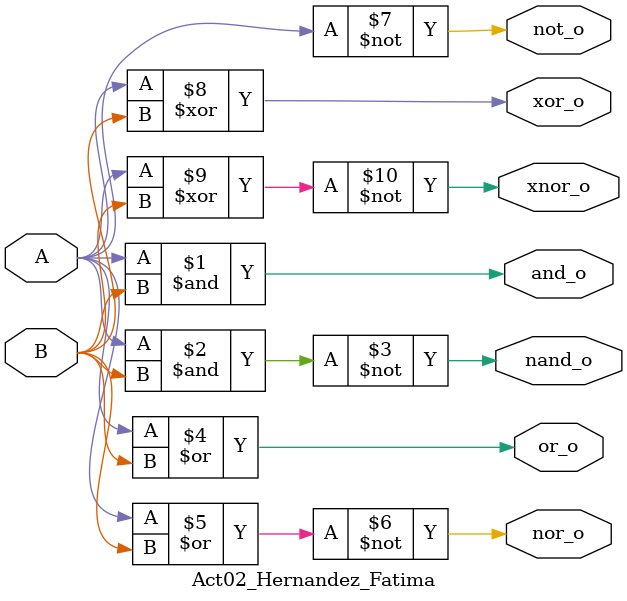
<source format=v>

module Act02_Hernandez_Fatima(
    input A,
    input B,
    output and_o,
    output nand_o,
    output or_o,
    output nor_o,
    output not_o,
    output xor_o,
    output xnor_o
);

//2 cuerpo del modulo, asignaciones, instancias, bloques secuenciales 
    assign and_o  = A & B;
    assign nand_o = ~(A & B);
    assign or_o   = A | B;
    assign nor_o  = ~(A | B);
    assign not_o  = ~A;
    assign xor_o  = A ^ B;
    assign xnor_o = ~(A ^ B);

endmodule
</source>
